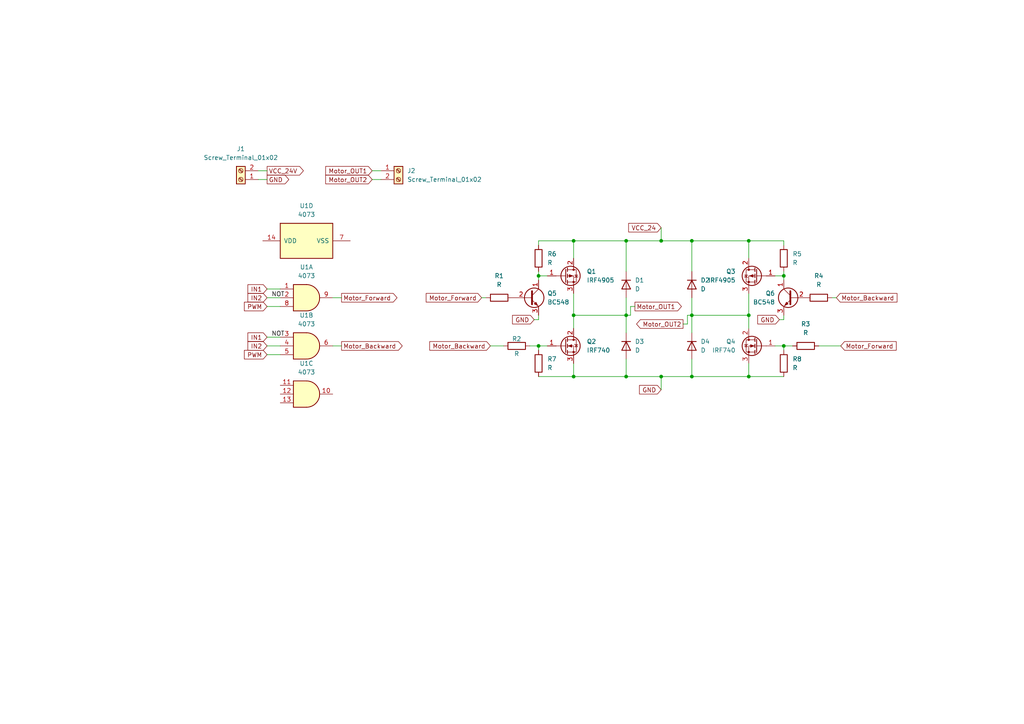
<source format=kicad_sch>
(kicad_sch (version 20231120) (generator "eeschema") (generator_version "8.0")
  (paper "A4")
  (lib_symbols
    (symbol "4xxx:4073" (pin_names (offset 1.016))
      (property "Reference" "U" (at 0 1.27 0))
      (property "Value" "4073" (at 0 -1.27 0))
      (symbol "4073_1_1"
        (arc (start 0 -3.81) (mid 3.7934 0) (end 0 3.81) (stroke (width 0.254)) (fill (type background)))
        (polyline (pts (xy 0 3.81) (xy -3.81 3.81) (xy -3.81 -3.81) (xy 0 -3.81)) (stroke (width 0.254)) (fill (type background)))
        (pin input line (at -7.62 2.54 0) (length 3.81) (name "~") (number "1"))
        (pin input line (at -7.62 0 0) (length 3.81) (name "~") (number "2"))
        (pin input line (at -7.62 -2.54 0) (length 3.81) (name "~") (number "8"))
        (pin output line (at 7.62 0 180) (length 3.81) (name "~") (number "9"))
      )
      (symbol "4073_1_2"
        (arc (start -3.81 -3.81) (mid -2.589 0) (end -3.81 3.81) (stroke (width 0.254)))
        (arc (start -0.6096 -3.81) (mid 2.1842 -2.5851) (end 3.81 0) (stroke (width 0.254)) (fill (type background)))
        (polyline (pts (xy -3.81 -3.81) (xy -0.635 -3.81)) (stroke (width 0.254)) (fill (type background)))
        (polyline (pts (xy -3.81 3.81) (xy -0.635 3.81)) (stroke (width 0.254)) (fill (type background)))
        (polyline (pts (xy -0.635 3.81) (xy -3.81 3.81) (xy -3.81 3.81) (xy -3.556 3.4036) (xy -3.0226 2.2606) (xy -2.6924 1.0414) (xy -2.6162 -0.254) (xy -2.7686 -1.4986) (xy -3.175 -2.7178) (xy -3.81 -3.81) (xy -3.81 -3.81) (xy -0.635 -3.81)) (stroke (width -25.4)) (fill (type background)))
        (arc (start 3.81 0) (mid 2.1915 2.5936) (end -0.6096 3.81) (stroke (width 0.254)) (fill (type background)))
        (pin input inverted (at -7.62 2.54 0) (length 4.318) (name "~") (number "1"))
        (pin input inverted (at -7.62 0 0) (length 4.953) (name "~") (number "2"))
        (pin input inverted (at -7.62 -2.54 0) (length 4.318) (name "~") (number "8"))
        (pin output inverted (at 7.62 0 180) (length 3.81) (name "~") (number "9"))
      )
      (symbol "4073_2_1"
        (arc (start 0 -3.81) (mid 3.7934 0) (end 0 3.81) (stroke (width 0.254)) (fill (type background)))
        (polyline (pts (xy 0 3.81) (xy -3.81 3.81) (xy -3.81 -3.81) (xy 0 -3.81)) (stroke (width 0.254)) (fill (type background)))
        (pin input line (at -7.62 2.54 0) (length 3.81) (name "~") (number "3"))
        (pin input line (at -7.62 0 0) (length 3.81) (name "~") (number "4"))
        (pin input line (at -7.62 -2.54 0) (length 3.81) (name "~") (number "5"))
        (pin output line (at 7.62 0 180) (length 3.81) (name "~") (number "6"))
      )
      (symbol "4073_2_2"
        (arc (start -3.81 -3.81) (mid -2.589 0) (end -3.81 3.81) (stroke (width 0.254)))
        (arc (start -0.6096 -3.81) (mid 2.1842 -2.5851) (end 3.81 0) (stroke (width 0.254)) (fill (type background)))
        (polyline (pts (xy -3.81 -3.81) (xy -0.635 -3.81)) (stroke (width 0.254)) (fill (type background)))
        (polyline (pts (xy -3.81 3.81) (xy -0.635 3.81)) (stroke (width 0.254)) (fill (type background)))
        (polyline (pts (xy -0.635 3.81) (xy -3.81 3.81) (xy -3.81 3.81) (xy -3.556 3.4036) (xy -3.0226 2.2606) (xy -2.6924 1.0414) (xy -2.6162 -0.254) (xy -2.7686 -1.4986) (xy -3.175 -2.7178) (xy -3.81 -3.81) (xy -3.81 -3.81) (xy -0.635 -3.81)) (stroke (width -25.4)) (fill (type background)))
        (arc (start 3.81 0) (mid 2.1915 2.5936) (end -0.6096 3.81) (stroke (width 0.254)) (fill (type background)))
        (pin input inverted (at -7.62 2.54 0) (length 4.318) (name "~") (number "3"))
        (pin input inverted (at -7.62 0 0) (length 4.953) (name "~") (number "4"))
        (pin input inverted (at -7.62 -2.54 0) (length 4.318) (name "~") (number "5"))
        (pin output inverted (at 7.62 0 180) (length 3.81) (name "~") (number "6"))
      )
      (symbol "4073_3_1"
        (arc (start 0 -3.81) (mid 3.7934 0) (end 0 3.81) (stroke (width 0.254)) (fill (type background)))
        (polyline (pts (xy 0 3.81) (xy -3.81 3.81) (xy -3.81 -3.81) (xy 0 -3.81)) (stroke (width 0.254)) (fill (type background)))
        (pin output line (at 7.62 0 180) (length 3.81) (name "~") (number "10"))
        (pin input line (at -7.62 2.54 0) (length 3.81) (name "~") (number "11"))
        (pin input line (at -7.62 0 0) (length 3.81) (name "~") (number "12"))
        (pin input line (at -7.62 -2.54 0) (length 3.81) (name "~") (number "13"))
      )
      (symbol "4073_3_2"
        (arc (start -3.81 -3.81) (mid -2.589 0) (end -3.81 3.81) (stroke (width 0.254)))
        (arc (start -0.6096 -3.81) (mid 2.1842 -2.5851) (end 3.81 0) (stroke (width 0.254)) (fill (type background)))
        (polyline (pts (xy -3.81 -3.81) (xy -0.635 -3.81)) (stroke (width 0.254)) (fill (type background)))
        (polyline (pts (xy -3.81 3.81) (xy -0.635 3.81)) (stroke (width 0.254)) (fill (type background)))
        (polyline (pts (xy -0.635 3.81) (xy -3.81 3.81) (xy -3.81 3.81) (xy -3.556 3.4036) (xy -3.0226 2.2606) (xy -2.6924 1.0414) (xy -2.6162 -0.254) (xy -2.7686 -1.4986) (xy -3.175 -2.7178) (xy -3.81 -3.81) (xy -3.81 -3.81) (xy -0.635 -3.81)) (stroke (width -25.4)) (fill (type background)))
        (arc (start 3.81 0) (mid 2.1915 2.5936) (end -0.6096 3.81) (stroke (width 0.254)) (fill (type background)))
        (pin output inverted (at 7.62 0 180) (length 3.81) (name "~") (number "10"))
        (pin input inverted (at -7.62 2.54 0) (length 4.318) (name "~") (number "11"))
        (pin input inverted (at -7.62 0 0) (length 4.953) (name "~") (number "12"))
        (pin input inverted (at -7.62 -2.54 0) (length 4.318) (name "~") (number "13"))
      )
      (symbol "4073_4_0"
        (pin power_in line (at 0 12.7 270) (length 5.08) (name "VDD") (number "14"))
        (pin power_in line (at 0 -12.7 90) (length 5.08) (name "VSS") (number "7"))
      )
      (symbol "4073_4_1"
        (rectangle (start -5.08 7.62) (end 5.08 -7.62) (stroke (width 0.254)) (fill (type background)))
      )
    )
    (symbol "Connector:Screw_Terminal_01x02" (pin_names (offset 1.016) hide)
      (property "Reference" "J" (at 0 2.54 0))
      (property "Value" "Screw_Terminal_01x02" (at 0 -5.08 0))
      (symbol "Screw_Terminal_01x02_1_1"
        (rectangle (start -1.27 1.27) (end 1.27 -3.81) (stroke (width 0.254)) (fill (type background)))
        (circle (center 0 -2.54) (radius 0.635) (stroke (width 0.1524)))
        (polyline (pts (xy -0.5334 -2.2098) (xy 0.3302 -3.048)) (stroke (width 0.1524)))
        (polyline (pts (xy -0.5334 0.3302) (xy 0.3302 -0.508)) (stroke (width 0.1524)))
        (polyline (pts (xy -0.3556 -2.032) (xy 0.508 -2.8702)) (stroke (width 0.1524)))
        (polyline (pts (xy -0.3556 0.508) (xy 0.508 -0.3302)) (stroke (width 0.1524)))
        (circle (center 0 0) (radius 0.635) (stroke (width 0.1524)))
        (pin passive line (at -5.08 0 0) (length 3.81) (name "Pin_1") (number "1"))
        (pin passive line (at -5.08 -2.54 0) (length 3.81) (name "Pin_2") (number "2"))
      )
    )
    (symbol "Device:D" (pin_numbers hide) (pin_names (offset 1.016) hide)
      (property "Reference" "D" (at 0 2.54 0))
      (property "Value" "D" (at 0 -2.54 0))
      (symbol "D_0_1"
        (polyline (pts (xy -1.27 1.27) (xy -1.27 -1.27)) (stroke (width 0.254)))
        (polyline (pts (xy 1.27 0) (xy -1.27 0)))
        (polyline (pts (xy 1.27 1.27) (xy 1.27 -1.27) (xy -1.27 0) (xy 1.27 1.27)) (stroke (width 0.254)))
      )
      (symbol "D_1_1"
        (pin passive line (at -3.81 0 0) (length 2.54) (name "K") (number "1"))
        (pin passive line (at 3.81 0 180) (length 2.54) (name "A") (number "2"))
      )
    )
    (symbol "Device:R" (pin_numbers hide) (pin_names (offset 0))
      (property "Reference" "R" (at 2.032 0 90))
      (property "Value" "R" (at 0 0 90))
      (symbol "R_0_1"
        (rectangle (start -1.016 -2.54) (end 1.016 2.54) (stroke (width 0.254)))
      )
      (symbol "R_1_1"
        (pin passive line (at 0 3.81 270) (length 1.27) (name "~") (number "1"))
        (pin passive line (at 0 -3.81 90) (length 1.27) (name "~") (number "2"))
      )
    )
    (symbol "Transistor_BJT:BC548" (pin_names (offset 0) hide)
      (property "Reference" "Q" (at 5.08 1.905 0))
      (property "Value" "BC548" (at 5.08 0 0))
      (symbol "BC548_0_1"
        (polyline (pts (xy 0 0) (xy 0.635 0)))
        (polyline (pts (xy 0.635 0.635) (xy 2.54 2.54)))
        (polyline (pts (xy 0.635 -0.635) (xy 2.54 -2.54) (xy 2.54 -2.54)))
        (polyline (pts (xy 0.635 1.905) (xy 0.635 -1.905) (xy 0.635 -1.905)) (stroke (width 0.508)))
        (polyline (pts (xy 1.27 -1.778) (xy 1.778 -1.27) (xy 2.286 -2.286) (xy 1.27 -1.778) (xy 1.27 -1.778)) (fill (type outline)))
        (circle (center 1.27 0) (radius 2.8194) (stroke (width 0.254)))
      )
      (symbol "BC548_1_1"
        (pin passive line (at 2.54 5.08 270) (length 2.54) (name "C") (number "1"))
        (pin input line (at -5.08 0 0) (length 5.08) (name "B") (number "2"))
        (pin passive line (at 2.54 -5.08 90) (length 2.54) (name "E") (number "3"))
      )
    )
    (symbol "Transistor_FET:IRF4905" (pin_names hide)
      (property "Reference" "Q" (at 5.08 1.905 0))
      (property "Value" "IRF4905" (at 5.08 0 0))
      (symbol "IRF4905_0_1"
        (polyline (pts (xy 0.254 0) (xy -2.54 0)))
        (polyline (pts (xy 0.254 1.905) (xy 0.254 -1.905)) (stroke (width 0.254)))
        (polyline (pts (xy 0.762 -1.27) (xy 0.762 -2.286)) (stroke (width 0.254)))
        (polyline (pts (xy 0.762 0.508) (xy 0.762 -0.508)) (stroke (width 0.254)))
        (polyline (pts (xy 0.762 2.286) (xy 0.762 1.27)) (stroke (width 0.254)))
        (polyline (pts (xy 2.54 2.54) (xy 2.54 1.778)))
        (polyline (pts (xy 2.54 -2.54) (xy 2.54 0) (xy 0.762 0)))
        (polyline (pts (xy 0.762 1.778) (xy 3.302 1.778) (xy 3.302 -1.778) (xy 0.762 -1.778)))
        (polyline (pts (xy 2.286 0) (xy 1.27 0.381) (xy 1.27 -0.381) (xy 2.286 0)) (fill (type outline)))
        (polyline (pts (xy 2.794 -0.508) (xy 2.921 -0.381) (xy 3.683 -0.381) (xy 3.81 -0.254)))
        (polyline (pts (xy 3.302 -0.381) (xy 2.921 0.254) (xy 3.683 0.254) (xy 3.302 -0.381)))
        (circle (center 1.651 0) (radius 2.794) (stroke (width 0.254)))
        (circle (center 2.54 -1.778) (radius 0.254) (fill (type outline)))
        (circle (center 2.54 1.778) (radius 0.254) (fill (type outline)))
      )
      (symbol "IRF4905_1_1"
        (pin input line (at -5.08 0 0) (length 2.54) (name "G") (number "1"))
        (pin passive line (at 2.54 5.08 270) (length 2.54) (name "D") (number "2"))
        (pin passive line (at 2.54 -5.08 90) (length 2.54) (name "S") (number "3"))
      )
    )
    (symbol "Transistor_FET:IRF740" (pin_names hide)
      (property "Reference" "Q" (at 5.08 1.905 0))
      (property "Value" "IRF740" (at 5.08 0 0))
      (symbol "IRF740_0_1"
        (polyline (pts (xy 0.254 0) (xy -2.54 0)))
        (polyline (pts (xy 0.254 1.905) (xy 0.254 -1.905)) (stroke (width 0.254)))
        (polyline (pts (xy 0.762 -1.27) (xy 0.762 -2.286)) (stroke (width 0.254)))
        (polyline (pts (xy 0.762 0.508) (xy 0.762 -0.508)) (stroke (width 0.254)))
        (polyline (pts (xy 0.762 2.286) (xy 0.762 1.27)) (stroke (width 0.254)))
        (polyline (pts (xy 2.54 2.54) (xy 2.54 1.778)))
        (polyline (pts (xy 2.54 -2.54) (xy 2.54 0) (xy 0.762 0)))
        (polyline (pts (xy 0.762 -1.778) (xy 3.302 -1.778) (xy 3.302 1.778) (xy 0.762 1.778)))
        (polyline (pts (xy 1.016 0) (xy 2.032 0.381) (xy 2.032 -0.381) (xy 1.016 0)) (fill (type outline)))
        (polyline (pts (xy 2.794 0.508) (xy 2.921 0.381) (xy 3.683 0.381) (xy 3.81 0.254)))
        (polyline (pts (xy 3.302 0.381) (xy 2.921 -0.254) (xy 3.683 -0.254) (xy 3.302 0.381)))
        (circle (center 1.651 0) (radius 2.794) (stroke (width 0.254)))
        (circle (center 2.54 -1.778) (radius 0.254) (fill (type outline)))
        (circle (center 2.54 1.778) (radius 0.254) (fill (type outline)))
      )
      (symbol "IRF740_1_1"
        (pin input line (at -5.08 0 0) (length 2.54) (name "G") (number "1"))
        (pin passive line (at 2.54 5.08 270) (length 2.54) (name "D") (number "2"))
        (pin passive line (at 2.54 -5.08 90) (length 2.54) (name "S") (number "3"))
      )
    )
  )
  (junction (at 200.66 91.44))
  (junction (at 166.37 91.44))
  (junction (at 156.21 80.01))
  (junction (at 217.17 91.44))
  (junction (at 181.61 69.85))
  (junction (at 181.61 91.44))
  (junction (at 217.17 109.22))
  (junction (at 181.61 109.22))
  (junction (at 200.66 109.22))
  (junction (at 227.33 80.01))
  (junction (at 191.77 109.22))
  (junction (at 166.37 109.22))
  (junction (at 156.21 100.33))
  (junction (at 217.17 69.85))
  (junction (at 191.77 69.85))
  (junction (at 227.33 100.33))
  (junction (at 166.37 69.85))
  (junction (at 200.66 69.85))
  (wire (pts (xy 217.17 91.44) (xy 200.66 91.44)))
  (wire (pts (xy 96.52 86.36) (xy 99.06 86.36)))
  (wire (pts (xy 191.77 69.85) (xy 200.66 69.85)))
  (wire (pts (xy 166.37 105.41) (xy 166.37 109.22)))
  (wire (pts (xy 198.12 93.98) (xy 199.39 93.98)))
  (wire (pts (xy 139.7 86.36) (xy 140.97 86.36)))
  (wire (pts (xy 217.17 69.85) (xy 200.66 69.85)))
  (wire (pts (xy 227.33 81.28) (xy 227.33 80.01)))
  (wire (pts (xy 96.52 100.33) (xy 99.06 100.33)))
  (wire (pts (xy 181.61 69.85) (xy 191.77 69.85)))
  (wire (pts (xy 181.61 104.14) (xy 181.61 109.22)))
  (wire (pts (xy 156.21 100.33) (xy 156.21 101.6)))
  (wire (pts (xy 181.61 91.44) (xy 181.61 96.52)))
  (wire (pts (xy 74.93 49.53) (xy 77.47 49.53)))
  (wire (pts (xy 226.06 92.71) (xy 227.33 92.71)))
  (wire (pts (xy 77.47 102.87) (xy 81.28 102.87)))
  (wire (pts (xy 191.77 113.03) (xy 191.77 109.22)))
  (wire (pts (xy 200.66 104.14) (xy 200.66 109.22)))
  (wire (pts (xy 227.33 92.71) (xy 227.33 91.44)))
  (wire (pts (xy 191.77 66.04) (xy 191.77 69.85)))
  (wire (pts (xy 77.47 83.82) (xy 81.28 83.82)))
  (wire (pts (xy 227.33 100.33) (xy 229.87 100.33)))
  (wire (pts (xy 227.33 80.01) (xy 227.33 78.74)))
  (wire (pts (xy 77.47 86.36) (xy 81.28 86.36)))
  (wire (pts (xy 199.39 93.98) (xy 199.39 91.44)))
  (wire (pts (xy 74.93 52.07) (xy 77.47 52.07)))
  (wire (pts (xy 227.33 100.33) (xy 227.33 101.6)))
  (wire (pts (xy 181.61 86.36) (xy 181.61 91.44)))
  (wire (pts (xy 234.95 86.36) (xy 233.68 86.36)))
  (wire (pts (xy 156.21 80.01) (xy 158.75 80.01)))
  (wire (pts (xy 224.79 80.01) (xy 227.33 80.01)))
  (wire (pts (xy 191.77 109.22) (xy 200.66 109.22)))
  (wire (pts (xy 156.21 92.71) (xy 156.21 91.44)))
  (wire (pts (xy 166.37 85.09) (xy 166.37 91.44)))
  (wire (pts (xy 166.37 69.85) (xy 166.37 74.93)))
  (wire (pts (xy 156.21 81.28) (xy 156.21 80.01)))
  (wire (pts (xy 156.21 109.22) (xy 166.37 109.22)))
  (wire (pts (xy 217.17 109.22) (xy 227.33 109.22)))
  (wire (pts (xy 182.88 88.9) (xy 182.88 91.44)))
  (wire (pts (xy 217.17 85.09) (xy 217.17 91.44)))
  (wire (pts (xy 153.67 100.33) (xy 156.21 100.33)))
  (wire (pts (xy 200.66 69.85) (xy 200.66 78.74)))
  (wire (pts (xy 181.61 69.85) (xy 181.61 78.74)))
  (wire (pts (xy 156.21 100.33) (xy 158.75 100.33)))
  (wire (pts (xy 166.37 91.44) (xy 181.61 91.44)))
  (wire (pts (xy 166.37 109.22) (xy 181.61 109.22)))
  (wire (pts (xy 217.17 105.41) (xy 217.17 109.22)))
  (wire (pts (xy 182.88 88.9) (xy 184.15 88.9)))
  (wire (pts (xy 77.47 88.9) (xy 81.28 88.9)))
  (wire (pts (xy 181.61 109.22) (xy 191.77 109.22)))
  (wire (pts (xy 166.37 69.85) (xy 181.61 69.85)))
  (wire (pts (xy 241.3 86.36) (xy 242.57 86.36)))
  (wire (pts (xy 199.39 91.44) (xy 200.66 91.44)))
  (wire (pts (xy 107.95 49.53) (xy 110.49 49.53)))
  (wire (pts (xy 227.33 71.12) (xy 227.33 69.85)))
  (wire (pts (xy 182.88 91.44) (xy 181.61 91.44)))
  (wire (pts (xy 107.95 52.07) (xy 110.49 52.07)))
  (wire (pts (xy 142.24 100.33) (xy 146.05 100.33)))
  (wire (pts (xy 217.17 109.22) (xy 200.66 109.22)))
  (wire (pts (xy 156.21 78.74) (xy 156.21 80.01)))
  (wire (pts (xy 77.47 97.79) (xy 81.28 97.79)))
  (wire (pts (xy 224.79 100.33) (xy 227.33 100.33)))
  (wire (pts (xy 217.17 69.85) (xy 217.17 74.93)))
  (wire (pts (xy 200.66 91.44) (xy 200.66 96.52)))
  (wire (pts (xy 154.94 92.71) (xy 156.21 92.71)))
  (wire (pts (xy 237.49 100.33) (xy 243.84 100.33)))
  (wire (pts (xy 156.21 71.12) (xy 156.21 69.85)))
  (wire (pts (xy 166.37 91.44) (xy 166.37 95.25)))
  (wire (pts (xy 217.17 91.44) (xy 217.17 95.25)))
  (wire (pts (xy 227.33 69.85) (xy 217.17 69.85)))
  (wire (pts (xy 156.21 69.85) (xy 166.37 69.85)))
  (wire (pts (xy 77.47 100.33) (xy 81.28 100.33)))
  (wire (pts (xy 200.66 86.36) (xy 200.66 91.44)))
  (label "NOT" (at 78.74 97.79 0))
  (label "NOT" (at 78.74 86.36 0))
  (global_label "Motor_OUT1" (shape output) (at 184.15 88.9 0) (property "Intersheetrefs" "${INTERSHEET_REFS}" (effects (hide yes))))
  (global_label "Motor_Backward" (shape input) (at 242.57 86.36 0) (property "Intersheetrefs" "${INTERSHEET_REFS}" (effects (hide yes))))
  (global_label "Motor_Backward" (shape output) (at 99.06 100.33 0) (property "Intersheetrefs" "${INTERSHEET_REFS}" (effects (hide yes))))
  (global_label "GND" (shape input) (at 191.77 113.03 180) (property "Intersheetrefs" "${INTERSHEET_REFS}" (effects (hide yes))))
  (global_label "Motor_OUT2" (shape input) (at 107.95 52.07 180) (property "Intersheetrefs" "${INTERSHEET_REFS}" (effects (hide yes))))
  (global_label "GND" (shape input) (at 226.06 92.71 180) (property "Intersheetrefs" "${INTERSHEET_REFS}" (effects (hide yes))))
  (global_label "PWM" (shape input) (at 77.47 102.87 180) (property "Intersheetrefs" "${INTERSHEET_REFS}" (effects (hide yes))))
  (global_label "Motor_Forward" (shape input) (at 243.84 100.33 0) (property "Intersheetrefs" "${INTERSHEET_REFS}" (effects (hide yes))))
  (global_label "IN1" (shape input) (at 77.47 97.79 180) (property "Intersheetrefs" "${INTERSHEET_REFS}" (effects (hide yes))))
  (global_label "Motor_OUT2" (shape output) (at 198.12 93.98 180) (property "Intersheetrefs" "${INTERSHEET_REFS}" (effects (hide yes))))
  (global_label "GND" (shape input) (at 154.94 92.71 180) (property "Intersheetrefs" "${INTERSHEET_REFS}" (effects (hide yes))))
  (global_label "Motor_Backward" (shape input) (at 142.24 100.33 180) (property "Intersheetrefs" "${INTERSHEET_REFS}" (effects (hide yes))))
  (global_label "GND" (shape output) (at 77.47 52.07 0) (property "Intersheetrefs" "${INTERSHEET_REFS}" (effects (hide yes))))
  (global_label "IN2" (shape input) (at 77.47 100.33 180) (property "Intersheetrefs" "${INTERSHEET_REFS}" (effects (hide yes))))
  (global_label "VCC_24" (shape input) (at 191.77 66.04 180) (property "Intersheetrefs" "${INTERSHEET_REFS}" (effects (hide yes))))
  (global_label "IN1" (shape input) (at 77.47 83.82 180) (property "Intersheetrefs" "${INTERSHEET_REFS}" (effects (hide yes))))
  (global_label "Motor_OUT1" (shape input) (at 107.95 49.53 180) (property "Intersheetrefs" "${INTERSHEET_REFS}" (effects (hide yes))))
  (global_label "VCC_24V" (shape output) (at 77.47 49.53 0) (property "Intersheetrefs" "${INTERSHEET_REFS}" (effects (hide yes))))
  (global_label "IN2" (shape input) (at 77.47 86.36 180) (property "Intersheetrefs" "${INTERSHEET_REFS}" (effects (hide yes))))
  (global_label "Motor_Forward" (shape input) (at 139.7 86.36 180) (property "Intersheetrefs" "${INTERSHEET_REFS}" (effects (hide yes))))
  (global_label "PWM" (shape input) (at 77.47 88.9 180) (property "Intersheetrefs" "${INTERSHEET_REFS}" (effects (hide yes))))
  (global_label "Motor_Forward" (shape output) (at 99.06 86.36 0) (property "Intersheetrefs" "${INTERSHEET_REFS}" (effects (hide yes))))
  (symbol (lib_id "Device:D") (at 181.61 100.33 270) (unit 1)
    (property "Reference" "D3" (at 184.15 99.0599 90) (effects (justify left)))
    (property "Value" "D" (at 184.15 101.5999 90) (effects (justify left)))
    (property "Description" "Diode" (effects (hide yes)))
    (property "Sim.Device" "D" (effects (hide yes)))
    (property "Sim.Pins" "1=K 2=A" (effects (hide yes)))
  )
  (symbol (lib_id "Transistor_BJT:BC548") (at 229.87 86.36 0) (mirror y) (unit 1)
    (property "Reference" "Q6" (at 224.79 85.0899 0) (effects (justify left)))
    (property "Value" "BC548" (at 224.79 87.6299 0) (effects (justify left)))
    (property "Footprint" "Package_TO_SOT_THT:TO-92_Inline" (effects (hide yes)))
    (property "Datasheet" "https://www.onsemi.com/pub/Collateral/BC550-D.pdf" (effects (hide yes)))
    (property "Description" "0.1A Ic, 30V Vce, Small Signal NPN Transistor, TO-92" (effects (hide yes)))
  )
  (symbol (lib_id "Device:R") (at 149.86 100.33 90) (unit 1)
    (property "Reference" "R2" (at 149.86 98.298 90))
    (property "Value" "R" (at 149.86 102.616 90))
    (property "Description" "Resistor" (effects (hide yes)))
  )
  (symbol (lib_id "4xxx:4073") (at 88.9 86.36 0) (unit 1)
    (property "Reference" "U1" (at 88.8917 77.47 0))
    (property "Value" "4073" (at 88.8917 80.01 0))
    (property "Datasheet" "http://www.intersil.com/content/dam/Intersil/documents/cd40/cd4073bms-81bms-82bms.pdf" (effects (hide yes)))
    (property "Description" "Triple And 3 inputs" (effects (hide yes)))
  )
  (symbol (lib_id "Device:D") (at 181.61 82.55 270) (unit 1)
    (property "Reference" "D1" (at 184.15 81.2799 90) (effects (justify left)))
    (property "Value" "D" (at 184.15 83.8199 90) (effects (justify left)))
    (property "Description" "Diode" (effects (hide yes)))
    (property "Sim.Device" "D" (effects (hide yes)))
    (property "Sim.Pins" "1=K 2=A" (effects (hide yes)))
  )
  (symbol (lib_id "Transistor_FET:IRF4905") (at 163.83 80.01 0) (unit 1)
    (property "Reference" "Q1" (at 170.18 78.7399 0) (effects (justify left)))
    (property "Value" "IRF4905" (at 170.18 81.2799 0) (effects (justify left)))
    (property "Footprint" "Package_TO_SOT_THT:TO-220-3_Vertical" (effects (hide yes)))
    (property "Datasheet" "http://www.infineon.com/dgdl/irf4905.pdf?fileId=5546d462533600a4015355e32165197c" (effects (hide yes)))
    (property "Description" "-74A Id, -55V Vds, Single P-Channel HEXFET Power MOSFET, 20mOhm Ron, TO-220AB" (effects (hide yes)))
  )
  (symbol (lib_id "Transistor_FET:IRF740") (at 163.83 100.33 0) (unit 1)
    (property "Reference" "Q2" (at 170.18 99.0599 0) (effects (justify left)))
    (property "Value" "IRF740" (at 170.18 101.5999 0) (effects (justify left)))
    (property "Footprint" "Package_TO_SOT_THT:TO-220-3_Vertical" (effects (hide yes)))
    (property "Datasheet" "http://www.vishay.com/docs/91054/91054.pdf" (effects (hide yes)))
    (property "Description" "10A Id, 400V Vds, N-Channel Power MOSFET, 500mOhm Rds, TO-220AB" (effects (hide yes)))
  )
  (symbol (lib_id "4xxx:4073") (at 88.9 100.33 0) (unit 2)
    (property "Reference" "U1" (at 88.8917 91.44 0))
    (property "Value" "4073" (at 88.8917 93.98 0))
    (property "Datasheet" "http://www.intersil.com/content/dam/Intersil/documents/cd40/cd4073bms-81bms-82bms.pdf" (effects (hide yes)))
    (property "Description" "Triple And 3 inputs" (effects (hide yes)))
  )
  (symbol (lib_id "Device:R") (at 156.21 105.41 0) (unit 1)
    (property "Reference" "R7" (at 158.75 104.1399 0) (effects (justify left)))
    (property "Value" "R" (at 158.75 106.6799 0) (effects (justify left)))
    (property "Description" "Resistor" (effects (hide yes)))
  )
  (symbol (lib_id "Device:R") (at 237.49 86.36 90) (unit 1)
    (property "Reference" "R4" (at 237.49 80.01 90))
    (property "Value" "R" (at 237.49 82.55 90))
    (property "Description" "Resistor" (effects (hide yes)))
  )
  (symbol (lib_id "Device:R") (at 227.33 105.41 0) (unit 1)
    (property "Reference" "R8" (at 229.87 104.1399 0) (effects (justify left)))
    (property "Value" "R" (at 229.87 106.6799 0) (effects (justify left)))
    (property "Description" "Resistor" (effects (hide yes)))
  )
  (symbol (lib_id "Connector:Screw_Terminal_01x02") (at 69.85 52.07 180) (unit 1)
    (property "Reference" "J1" (at 69.85 43.18 0))
    (property "Value" "Screw_Terminal_01x02" (at 69.85 45.72 0))
    (property "Description" "Generic screw terminal, single row, 01x02, script generated (kicad-library-utils/schlib/autogen/connector/)" (effects (hide yes)))
  )
  (symbol (lib_id "Transistor_FET:IRF4905") (at 219.71 80.01 0) (mirror y) (unit 1)
    (property "Reference" "Q3" (at 213.36 78.7399 0) (effects (justify left)))
    (property "Value" "IRF4905" (at 213.36 81.2799 0) (effects (justify left)))
    (property "Footprint" "Package_TO_SOT_THT:TO-220-3_Vertical" (effects (hide yes)))
    (property "Datasheet" "http://www.infineon.com/dgdl/irf4905.pdf?fileId=5546d462533600a4015355e32165197c" (effects (hide yes)))
    (property "Description" "-74A Id, -55V Vds, Single P-Channel HEXFET Power MOSFET, 20mOhm Ron, TO-220AB" (effects (hide yes)))
  )
  (symbol (lib_id "Device:R") (at 233.68 100.33 90) (unit 1)
    (property "Reference" "R3" (at 233.68 93.98 90))
    (property "Value" "R" (at 233.68 96.52 90))
    (property "Description" "Resistor" (effects (hide yes)))
  )
  (symbol (lib_id "4xxx:4073") (at 88.9 114.3 0) (unit 3)
    (property "Reference" "U1" (at 88.8917 105.41 0))
    (property "Value" "4073" (at 88.8917 107.95 0))
    (property "Datasheet" "http://www.intersil.com/content/dam/Intersil/documents/cd40/cd4073bms-81bms-82bms.pdf" (effects (hide yes)))
    (property "Description" "Triple And 3 inputs" (effects (hide yes)))
  )
  (symbol (lib_id "Transistor_FET:IRF740") (at 219.71 100.33 0) (mirror y) (unit 1)
    (property "Reference" "Q4" (at 213.36 99.0599 0) (effects (justify left)))
    (property "Value" "IRF740" (at 213.36 101.5999 0) (effects (justify left)))
    (property "Footprint" "Package_TO_SOT_THT:TO-220-3_Vertical" (effects (hide yes)))
    (property "Datasheet" "http://www.vishay.com/docs/91054/91054.pdf" (effects (hide yes)))
    (property "Description" "10A Id, 400V Vds, N-Channel Power MOSFET, 500mOhm Rds, TO-220AB" (effects (hide yes)))
  )
  (symbol (lib_id "4xxx:4073") (at 88.9 69.85 90) (unit 4)
    (property "Reference" "U1" (at 88.9 59.69 90))
    (property "Value" "4073" (at 88.9 62.23 90))
    (property "Datasheet" "http://www.intersil.com/content/dam/Intersil/documents/cd40/cd4073bms-81bms-82bms.pdf" (effects (hide yes)))
    (property "Description" "Triple And 3 inputs" (effects (hide yes)))
  )
  (symbol (lib_id "Connector:Screw_Terminal_01x02") (at 115.57 49.53 0) (unit 1)
    (property "Reference" "J2" (at 118.11 49.5299 0) (effects (justify left)))
    (property "Value" "Screw_Terminal_01x02" (at 118.11 52.0699 0) (effects (justify left)))
    (property "Description" "Generic screw terminal, single row, 01x02, script generated (kicad-library-utils/schlib/autogen/connector/)" (effects (hide yes)))
  )
  (symbol (lib_id "Device:R") (at 227.33 74.93 0) (unit 1)
    (property "Reference" "R5" (at 229.87 73.6599 0) (effects (justify left)))
    (property "Value" "R" (at 229.87 76.1999 0) (effects (justify left)))
    (property "Description" "Resistor" (effects (hide yes)))
  )
  (symbol (lib_id "Transistor_BJT:BC548") (at 153.67 86.36 0) (unit 1)
    (property "Reference" "Q5" (at 158.75 85.0899 0) (effects (justify left)))
    (property "Value" "BC548" (at 158.75 87.6299 0) (effects (justify left)))
    (property "Footprint" "Package_TO_SOT_THT:TO-92_Inline" (effects (hide yes)))
    (property "Datasheet" "https://www.onsemi.com/pub/Collateral/BC550-D.pdf" (effects (hide yes)))
    (property "Description" "0.1A Ic, 30V Vce, Small Signal NPN Transistor, TO-92" (effects (hide yes)))
  )
  (symbol (lib_id "Device:D") (at 200.66 82.55 270) (unit 1)
    (property "Reference" "D2" (at 203.2 81.2799 90) (effects (justify left)))
    (property "Value" "D" (at 203.2 83.8199 90) (effects (justify left)))
    (property "Description" "Diode" (effects (hide yes)))
    (property "Sim.Device" "D" (effects (hide yes)))
    (property "Sim.Pins" "1=K 2=A" (effects (hide yes)))
  )
  (symbol (lib_id "Device:D") (at 200.66 100.33 270) (unit 1)
    (property "Reference" "D4" (at 203.2 99.0599 90) (effects (justify left)))
    (property "Value" "D" (at 203.2 101.5999 90) (effects (justify left)))
    (property "Description" "Diode" (effects (hide yes)))
    (property "Sim.Device" "D" (effects (hide yes)))
    (property "Sim.Pins" "1=K 2=A" (effects (hide yes)))
  )
  (symbol (lib_id "Device:R") (at 144.78 86.36 90) (unit 1)
    (property "Reference" "R1" (at 144.78 80.01 90))
    (property "Value" "R" (at 144.78 82.55 90))
    (property "Description" "Resistor" (effects (hide yes)))
  )
  (symbol (lib_id "Device:R") (at 156.21 74.93 0) (unit 1)
    (property "Reference" "R6" (at 158.75 73.6599 0) (effects (justify left)))
    (property "Value" "R" (at 158.75 76.1999 0) (effects (justify left)))
    (property "Description" "Resistor" (effects (hide yes)))
  )
)
</source>
